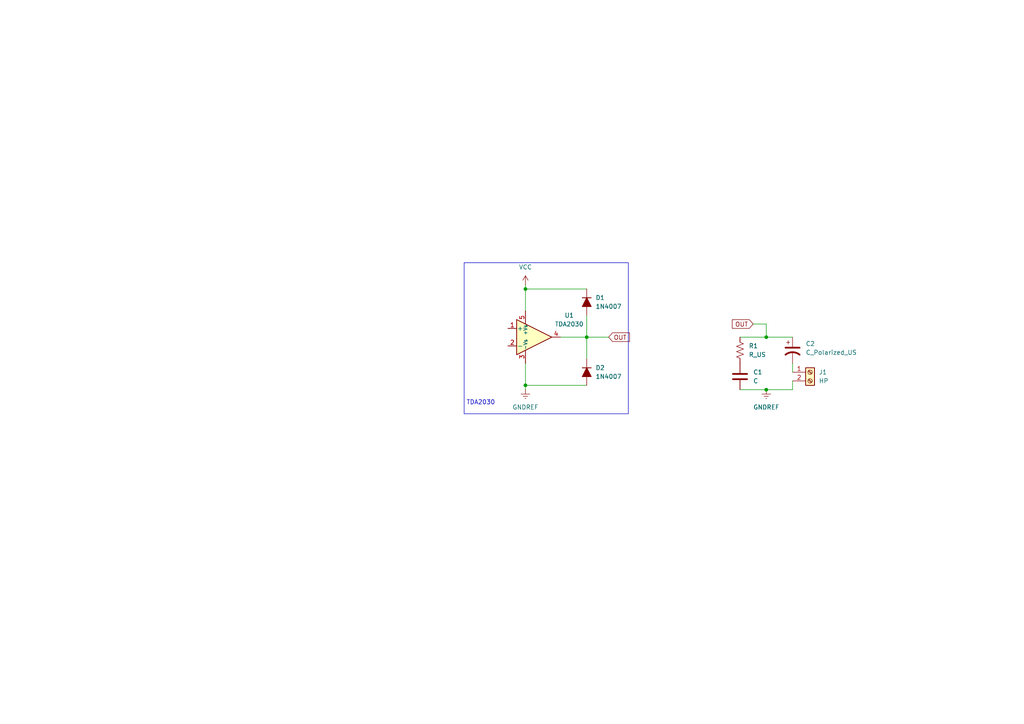
<source format=kicad_sch>
(kicad_sch (version 20231120) (generator "eeschema") (generator_version "8.0")
  (paper "A4")
  (lib_symbols
    (symbol "Amplifier_Audio:TDA2030" (pin_names (offset 0.127))
      (property "Reference" "U" (at 3.81 6.35 0))
      (property "Value" "TDA2030" (at 3.81 3.81 0))
      (symbol "TDA2030_0_1"
        (polyline (pts (xy -5.08 5.08) (xy 5.08 0) (xy -5.08 -5.08) (xy -5.08 5.08)) (stroke (width 0.254)) (fill (type background)))
      )
      (symbol "TDA2030_1_1"
        (pin input line (at -7.62 2.54 0) (length 2.54) (name "+") (number "1"))
        (pin input line (at -7.62 -2.54 0) (length 2.54) (name "-") (number "2"))
        (pin power_in line (at -2.54 -7.62 90) (length 3.81) (name "-Vs") (number "3"))
        (pin output line (at 7.62 0 180) (length 2.54) (name "~") (number "4"))
        (pin power_in line (at -2.54 7.62 270) (length 3.81) (name "+Vs") (number "5"))
      )
    )
    (symbol "Connector:Screw_Terminal_01x02" (pin_names (offset 1.016) hide)
      (property "Reference" "J" (at 0 2.54 0))
      (property "Value" "Screw_Terminal_01x02" (at 0 -5.08 0))
      (symbol "Screw_Terminal_01x02_1_1"
        (rectangle (start -1.27 1.27) (end 1.27 -3.81) (stroke (width 0.254)) (fill (type background)))
        (circle (center 0 -2.54) (radius 0.635) (stroke (width 0.1524)))
        (polyline (pts (xy -0.5334 -2.2098) (xy 0.3302 -3.048)) (stroke (width 0.1524)))
        (polyline (pts (xy -0.5334 0.3302) (xy 0.3302 -0.508)) (stroke (width 0.1524)))
        (polyline (pts (xy -0.3556 -2.032) (xy 0.508 -2.8702)) (stroke (width 0.1524)))
        (polyline (pts (xy -0.3556 0.508) (xy 0.508 -0.3302)) (stroke (width 0.1524)))
        (circle (center 0 0) (radius 0.635) (stroke (width 0.1524)))
        (pin passive line (at -5.08 0 0) (length 3.81) (name "Pin_1") (number "1"))
        (pin passive line (at -5.08 -2.54 0) (length 3.81) (name "Pin_2") (number "2"))
      )
    )
    (symbol "Device:C" (pin_numbers hide) (pin_names (offset 0.254))
      (property "Reference" "C" (at 0.635 2.54 0))
      (property "Value" "C" (at 0.635 -2.54 0))
      (symbol "C_0_1"
        (polyline (pts (xy -2.032 -0.762) (xy 2.032 -0.762)) (stroke (width 0.508)))
        (polyline (pts (xy -2.032 0.762) (xy 2.032 0.762)) (stroke (width 0.508)))
      )
      (symbol "C_1_1"
        (pin passive line (at 0 3.81 270) (length 2.794) (name "~") (number "1"))
        (pin passive line (at 0 -3.81 90) (length 2.794) (name "~") (number "2"))
      )
    )
    (symbol "Device:C_Polarized_US" (pin_numbers hide) (pin_names (offset 0.254) hide)
      (property "Reference" "C" (at 0.635 2.54 0))
      (property "Value" "C_Polarized_US" (at 0.635 -2.54 0))
      (symbol "C_Polarized_US_0_1"
        (polyline (pts (xy -2.032 0.762) (xy 2.032 0.762)) (stroke (width 0.508)))
        (polyline (pts (xy -1.778 2.286) (xy -0.762 2.286)))
        (polyline (pts (xy -1.27 1.778) (xy -1.27 2.794)))
        (arc (start 2.032 -1.27) (mid 0 -0.5572) (end -2.032 -1.27) (stroke (width 0.508)))
      )
      (symbol "C_Polarized_US_1_1"
        (pin passive line (at 0 3.81 270) (length 2.794) (name "~") (number "1"))
        (pin passive line (at 0 -3.81 90) (length 3.302) (name "~") (number "2"))
      )
    )
    (symbol "Device:R_US" (pin_numbers hide) (pin_names (offset 0))
      (property "Reference" "R" (at 2.54 0 90))
      (property "Value" "R_US" (at -2.54 0 90))
      (symbol "R_US_0_1"
        (polyline (pts (xy 0 -2.286) (xy 0 -2.54)))
        (polyline (pts (xy 0 2.286) (xy 0 2.54)))
        (polyline (pts (xy 0 -0.762) (xy 1.016 -1.143) (xy 0 -1.524) (xy -1.016 -1.905) (xy 0 -2.286)))
        (polyline (pts (xy 0 0.762) (xy 1.016 0.381) (xy 0 0) (xy -1.016 -0.381) (xy 0 -0.762)))
        (polyline (pts (xy 0 2.286) (xy 1.016 1.905) (xy 0 1.524) (xy -1.016 1.143) (xy 0 0.762)))
      )
      (symbol "R_US_1_1"
        (pin passive line (at 0 3.81 270) (length 1.27) (name "~") (number "1"))
        (pin passive line (at 0 -3.81 90) (length 1.27) (name "~") (number "2"))
      )
    )
    (symbol "PCM_Diode_AKL:1N4007" (pin_numbers hide) (pin_names (offset 1.016) hide)
      (property "Reference" "D" (at 0 5.08 0))
      (property "Value" "1N4007" (at 0 2.54 0))
      (symbol "1N4007_0_1"
        (polyline (pts (xy -1.27 0) (xy 1.27 0)))
        (polyline (pts (xy 1.27 1.27) (xy 1.27 -1.27)) (stroke (width 0.254)))
        (polyline (pts (xy -1.27 1.27) (xy -1.27 -1.27) (xy 1.27 0) (xy -1.27 1.27)) (stroke (width 0.254)) (fill (type outline)))
      )
      (symbol "1N4007_0_2"
        (polyline (pts (xy -2.54 -2.54) (xy 2.54 2.54)))
        (polyline (pts (xy 0 1.778) (xy 1.778 0)) (stroke (width 0.254)))
        (polyline (pts (xy -0.889 -0.889) (xy -1.778 0) (xy 0.889 0.889) (xy 0 -1.778) (xy -0.889 -0.889)) (stroke (width 0.254)) (fill (type outline)))
      )
      (symbol "1N4007_1_1"
        (pin passive line (at 3.81 0 180) (length 2.54) (name "K") (number "1"))
        (pin passive line (at -3.81 0 0) (length 2.54) (name "A") (number "2"))
      )
      (symbol "1N4007_1_2"
        (pin passive line (at 2.54 2.54 180) (length 0) (name "K") (number "1"))
        (pin passive line (at -2.54 -2.54 0) (length 0) (name "A") (number "2"))
      )
    )
    (symbol "power:GNDREF" (power) (pin_numbers hide) (pin_names (offset 0) hide)
      (property "Value" "GNDREF" (at 0 -3.81 0))
      (symbol "GNDREF_0_1"
        (polyline (pts (xy -0.635 -1.905) (xy 0.635 -1.905)))
        (polyline (pts (xy -0.127 -2.54) (xy 0.127 -2.54)))
        (polyline (pts (xy 0 -1.27) (xy 0 0)))
        (polyline (pts (xy 1.27 -1.27) (xy -1.27 -1.27)))
      )
      (symbol "GNDREF_1_1"
        (pin power_in line (at 0 0 270) (length 0) (name "~") (number "1"))
      )
    )
    (symbol "power:VCC" (power) (pin_numbers hide) (pin_names (offset 0) hide)
      (property "Value" "VCC" (at 0 3.556 0))
      (symbol "VCC_0_1"
        (polyline (pts (xy -0.762 1.27) (xy 0 2.54)))
        (polyline (pts (xy 0 0) (xy 0 2.54)))
        (polyline (pts (xy 0 2.54) (xy 0.762 1.27)))
      )
      (symbol "VCC_1_1"
        (pin power_in line (at 0 0 90) (length 0) (name "~") (number "1"))
      )
    )
  )
  (junction (at 152.4 83.82))
  (junction (at 222.25 97.79))
  (junction (at 170.18 97.79))
  (junction (at 152.4 111.76))
  (junction (at 222.25 113.03))
  (wire (pts (xy 222.25 113.03) (xy 229.87 113.03)))
  (wire (pts (xy 222.25 97.79) (xy 229.87 97.79)))
  (wire (pts (xy 229.87 113.03) (xy 229.87 110.49)))
  (wire (pts (xy 214.63 97.79) (xy 222.25 97.79)))
  (wire (pts (xy 170.18 97.79) (xy 170.18 104.14)))
  (wire (pts (xy 152.4 83.82) (xy 152.4 90.17)))
  (wire (pts (xy 176.53 97.79) (xy 170.18 97.79)))
  (wire (pts (xy 170.18 91.44) (xy 170.18 97.79)))
  (wire (pts (xy 162.56 97.79) (xy 170.18 97.79)))
  (wire (pts (xy 229.87 105.41) (xy 229.87 107.95)))
  (wire (pts (xy 152.4 105.41) (xy 152.4 111.76)))
  (wire (pts (xy 214.63 113.03) (xy 222.25 113.03)))
  (wire (pts (xy 218.44 93.98) (xy 222.25 93.98)))
  (wire (pts (xy 222.25 93.98) (xy 222.25 97.79)))
  (wire (pts (xy 152.4 113.03) (xy 152.4 111.76)))
  (wire (pts (xy 152.4 82.55) (xy 152.4 83.82)))
  (wire (pts (xy 152.4 83.82) (xy 170.18 83.82)))
  (wire (pts (xy 170.18 111.76) (xy 152.4 111.76)))
  (rectangle (start 134.62 76.2) (end 182.245 120.015))
  (text "TDA2030\n" (at 139.446 116.84 0) (effects (font (size 1.27 1.27))))
  (global_label "OUT" (shape input) (at 176.53 97.79 0) (property "Intersheetrefs" "${INTERSHEET_REFS}" (effects (hide yes))))
  (global_label "OUT" (shape input) (at 218.44 93.98 180) (property "Intersheetrefs" "${INTERSHEET_REFS}" (effects (hide yes))))
  (symbol (lib_id "Device:C") (at 214.63 109.22 0) (unit 1)
    (property "Reference" "C1" (at 218.44 107.9499 0) (effects (justify left)))
    (property "Value" "C" (at 218.44 110.4899 0) (effects (justify left)))
    (property "Description" "Unpolarized capacitor" (effects (hide yes)))
  )
  (symbol (lib_id "Device:C_Polarized_US") (at 229.87 101.6 0) (unit 1)
    (property "Reference" "C2" (at 233.68 99.6949 0) (effects (justify left)))
    (property "Value" "C_Polarized_US" (at 233.68 102.2349 0) (effects (justify left)))
    (property "Description" "Polarized capacitor, US symbol" (effects (hide yes)))
  )
  (symbol (lib_id "Amplifier_Audio:TDA2030") (at 154.94 97.79 0) (unit 1)
    (property "Reference" "U1" (at 165.1 91.4714 0))
    (property "Value" "TDA2030" (at 165.1 94.0114 0))
    (property "Footprint" "Package_TO_SOT_THT:TO-220-5_P3.4x3.7mm_StaggerOdd_Lead3.8mm_Vertical" (effects (hide yes)))
    (property "Datasheet" "http://www.st.com/resource/en/datasheet/cd00000128.pdf" (effects (hide yes)))
    (property "Description" "14W Hi-Fi Audio Amplifier, TO-220-5" (effects (hide yes)))
  )
  (symbol (lib_id "power:GNDREF") (at 152.4 113.03 0) (unit 1)
    (property "Reference" "#PWR01" (effects (hide yes)))
    (property "Value" "GNDREF" (at 152.4 118.11 0))
    (property "Description" "Power symbol creates a global label with name \"GNDREF\" , reference supply ground" (effects (hide yes)))
  )
  (symbol (lib_id "PCM_Diode_AKL:1N4007") (at 170.18 87.63 90) (unit 1)
    (property "Reference" "D1" (at 172.72 86.3599 90) (effects (justify right)))
    (property "Value" "1N4007" (at 172.72 88.8999 90) (effects (justify right)))
    (property "Footprint" "PCM_Diode_THT_AKL:D_DO-41_SOD81_P7.62mm_Horizontal" (effects (hide yes)))
    (property "Datasheet" "https://www.tme.eu/Document/5f8ffc5ac30fc86bac97d66040bf5502/1n400x.pdf" (effects (hide yes)))
    (property "Description" "DO-41 Diode, Rectifier, 1000V, 1A, Alternate KiCad Library" (effects (hide yes)))
  )
  (symbol (lib_id "Device:R_US") (at 214.63 101.6 0) (unit 1)
    (property "Reference" "R1" (at 217.17 100.3299 0) (effects (justify left)))
    (property "Value" "R_US" (at 217.17 102.8699 0) (effects (justify left)))
    (property "Description" "Resistor, US symbol" (effects (hide yes)))
  )
  (symbol (lib_id "Connector:Screw_Terminal_01x02") (at 234.95 107.95 0) (unit 1)
    (property "Reference" "J1" (at 237.49 107.9499 0) (effects (justify left)))
    (property "Value" "HP" (at 237.49 110.4899 0) (effects (justify left)))
    (property "Description" "Generic screw terminal, single row, 01x02, script generated (kicad-library-utils/schlib/autogen/connector/)" (effects (hide yes)))
  )
  (symbol (lib_id "PCM_Diode_AKL:1N4007") (at 170.18 107.95 90) (unit 1)
    (property "Reference" "D2" (at 172.72 106.6799 90) (effects (justify right)))
    (property "Value" "1N4007" (at 172.72 109.2199 90) (effects (justify right)))
    (property "Footprint" "PCM_Diode_THT_AKL:D_DO-41_SOD81_P7.62mm_Horizontal" (effects (hide yes)))
    (property "Datasheet" "https://www.tme.eu/Document/5f8ffc5ac30fc86bac97d66040bf5502/1n400x.pdf" (effects (hide yes)))
    (property "Description" "DO-41 Diode, Rectifier, 1000V, 1A, Alternate KiCad Library" (effects (hide yes)))
  )
  (symbol (lib_id "power:VCC") (at 152.4 82.55 0) (unit 1)
    (property "Reference" "#PWR02" (effects (hide yes)))
    (property "Value" "VCC" (at 152.4 77.47 0))
    (property "Description" "Power symbol creates a global label with name \"VCC\"" (effects (hide yes)))
  )
  (symbol (lib_id "power:GNDREF") (at 222.25 113.03 0) (unit 1)
    (property "Reference" "#PWR03" (effects (hide yes)))
    (property "Value" "GNDREF" (at 222.25 118.11 0))
    (property "Description" "Power symbol creates a global label with name \"GNDREF\" , reference supply ground" (effects (hide yes)))
  )
)
</source>
